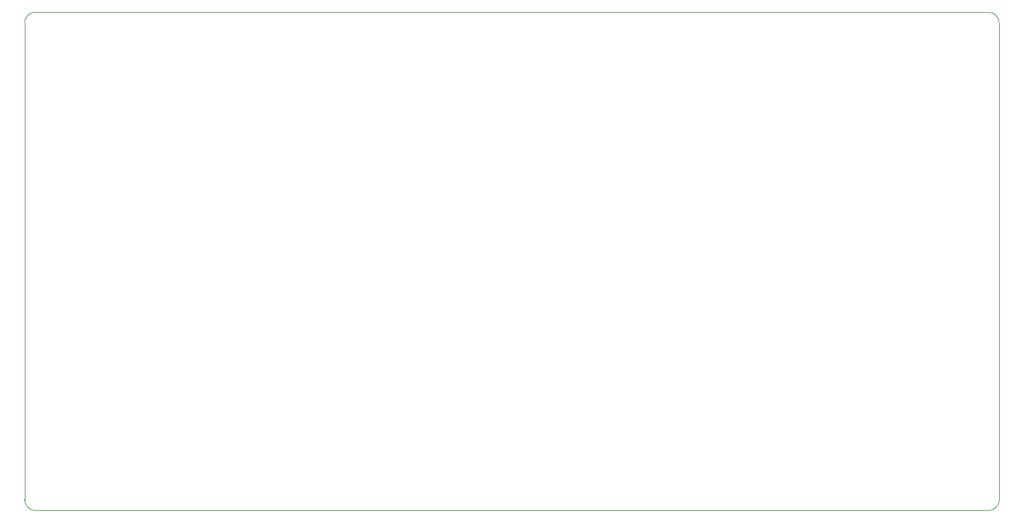
<source format=gbr>
%TF.GenerationSoftware,KiCad,Pcbnew,8.0.4*%
%TF.CreationDate,2024-08-21T17:36:00-07:00*%
%TF.ProjectId,SMA_Test_Bed,534d415f-5465-4737-945f-4265642e6b69,rev?*%
%TF.SameCoordinates,Original*%
%TF.FileFunction,Profile,NP*%
%FSLAX46Y46*%
G04 Gerber Fmt 4.6, Leading zero omitted, Abs format (unit mm)*
G04 Created by KiCad (PCBNEW 8.0.4) date 2024-08-21 17:36:00*
%MOMM*%
%LPD*%
G01*
G04 APERTURE LIST*
%TA.AperFunction,Profile*%
%ADD10C,0.050000*%
%TD*%
G04 APERTURE END LIST*
D10*
X224750000Y-128900000D02*
G75*
G02*
X223350000Y-130300000I-1400000J0D01*
G01*
X95300000Y-65500000D02*
G75*
G02*
X96700000Y-64100000I1400000J0D01*
G01*
X96700000Y-130300000D02*
X223350000Y-130300000D01*
X223300000Y-64100000D02*
X96700000Y-64100000D01*
X95300000Y-65500000D02*
X95300000Y-128900000D01*
X224750000Y-128900000D02*
X224700000Y-65500000D01*
X223300000Y-64100000D02*
G75*
G02*
X224700000Y-65500000I0J-1400000D01*
G01*
X96700000Y-130300000D02*
G75*
G02*
X95300000Y-128900000I0J1400000D01*
G01*
M02*

</source>
